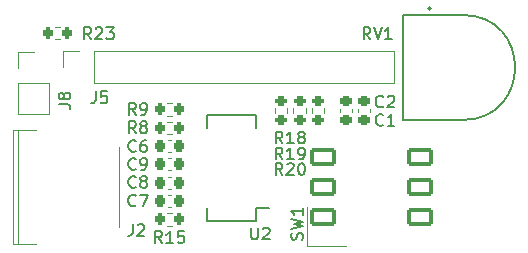
<source format=gto>
%TF.GenerationSoftware,KiCad,Pcbnew,(6.0.2)*%
%TF.CreationDate,2022-05-02T21:41:20-07:00*%
%TF.ProjectId,hcms_dot_display_bottom,68636d73-5f64-46f7-945f-646973706c61,rev?*%
%TF.SameCoordinates,Original*%
%TF.FileFunction,Legend,Top*%
%TF.FilePolarity,Positive*%
%FSLAX46Y46*%
G04 Gerber Fmt 4.6, Leading zero omitted, Abs format (unit mm)*
G04 Created by KiCad (PCBNEW (6.0.2)) date 2022-05-02 21:41:20*
%MOMM*%
%LPD*%
G01*
G04 APERTURE LIST*
G04 Aperture macros list*
%AMRoundRect*
0 Rectangle with rounded corners*
0 $1 Rounding radius*
0 $2 $3 $4 $5 $6 $7 $8 $9 X,Y pos of 4 corners*
0 Add a 4 corners polygon primitive as box body*
4,1,4,$2,$3,$4,$5,$6,$7,$8,$9,$2,$3,0*
0 Add four circle primitives for the rounded corners*
1,1,$1+$1,$2,$3*
1,1,$1+$1,$4,$5*
1,1,$1+$1,$6,$7*
1,1,$1+$1,$8,$9*
0 Add four rect primitives between the rounded corners*
20,1,$1+$1,$2,$3,$4,$5,0*
20,1,$1+$1,$4,$5,$6,$7,0*
20,1,$1+$1,$6,$7,$8,$9,0*
20,1,$1+$1,$8,$9,$2,$3,0*%
G04 Aperture macros list end*
%ADD10C,0.150000*%
%ADD11C,0.120000*%
%ADD12C,0.127000*%
%ADD13C,0.200000*%
%ADD14RoundRect,0.152000X0.923000X-0.608000X0.923000X0.608000X-0.923000X0.608000X-0.923000X-0.608000X0*%
%ADD15R,1.200000X0.400000*%
%ADD16RoundRect,0.225000X0.225000X0.250000X-0.225000X0.250000X-0.225000X-0.250000X0.225000X-0.250000X0*%
%ADD17RoundRect,0.200000X-0.275000X0.200000X-0.275000X-0.200000X0.275000X-0.200000X0.275000X0.200000X0*%
%ADD18RoundRect,0.200000X0.200000X0.275000X-0.200000X0.275000X-0.200000X-0.275000X0.200000X-0.275000X0*%
%ADD19R,1.700000X1.700000*%
%ADD20O,1.700000X1.700000*%
%ADD21RoundRect,0.225000X-0.250000X0.225000X-0.250000X-0.225000X0.250000X-0.225000X0.250000X0.225000X0*%
%ADD22R,1.160000X1.160000*%
%ADD23C,1.160000*%
%ADD24C,0.600000*%
%ADD25O,3.200000X1.300000*%
%ADD26O,2.500000X1.300000*%
%ADD27RoundRect,0.200000X-0.200000X-0.275000X0.200000X-0.275000X0.200000X0.275000X-0.200000X0.275000X0*%
%ADD28C,0.700000*%
%ADD29C,4.400000*%
G04 APERTURE END LIST*
D10*
X186829761Y-128913333D02*
X186877380Y-128770476D01*
X186877380Y-128532380D01*
X186829761Y-128437142D01*
X186782142Y-128389523D01*
X186686904Y-128341904D01*
X186591666Y-128341904D01*
X186496428Y-128389523D01*
X186448809Y-128437142D01*
X186401190Y-128532380D01*
X186353571Y-128722857D01*
X186305952Y-128818095D01*
X186258333Y-128865714D01*
X186163095Y-128913333D01*
X186067857Y-128913333D01*
X185972619Y-128865714D01*
X185925000Y-128818095D01*
X185877380Y-128722857D01*
X185877380Y-128484761D01*
X185925000Y-128341904D01*
X185877380Y-128008571D02*
X186877380Y-127770476D01*
X186163095Y-127580000D01*
X186877380Y-127389523D01*
X185877380Y-127151428D01*
X186877380Y-126246666D02*
X186877380Y-126818095D01*
X186877380Y-126532380D02*
X185877380Y-126532380D01*
X186020238Y-126627619D01*
X186115476Y-126722857D01*
X186163095Y-126818095D01*
X182488095Y-127902380D02*
X182488095Y-128711904D01*
X182535714Y-128807142D01*
X182583333Y-128854761D01*
X182678571Y-128902380D01*
X182869047Y-128902380D01*
X182964285Y-128854761D01*
X183011904Y-128807142D01*
X183059523Y-128711904D01*
X183059523Y-127902380D01*
X183488095Y-127997619D02*
X183535714Y-127950000D01*
X183630952Y-127902380D01*
X183869047Y-127902380D01*
X183964285Y-127950000D01*
X184011904Y-127997619D01*
X184059523Y-128092857D01*
X184059523Y-128188095D01*
X184011904Y-128330952D01*
X183440476Y-128902380D01*
X184059523Y-128902380D01*
X172733333Y-126007142D02*
X172685714Y-126054761D01*
X172542857Y-126102380D01*
X172447619Y-126102380D01*
X172304761Y-126054761D01*
X172209523Y-125959523D01*
X172161904Y-125864285D01*
X172114285Y-125673809D01*
X172114285Y-125530952D01*
X172161904Y-125340476D01*
X172209523Y-125245238D01*
X172304761Y-125150000D01*
X172447619Y-125102380D01*
X172542857Y-125102380D01*
X172685714Y-125150000D01*
X172733333Y-125197619D01*
X173066666Y-125102380D02*
X173733333Y-125102380D01*
X173304761Y-126102380D01*
X185157142Y-122127380D02*
X184823809Y-121651190D01*
X184585714Y-122127380D02*
X184585714Y-121127380D01*
X184966666Y-121127380D01*
X185061904Y-121175000D01*
X185109523Y-121222619D01*
X185157142Y-121317857D01*
X185157142Y-121460714D01*
X185109523Y-121555952D01*
X185061904Y-121603571D01*
X184966666Y-121651190D01*
X184585714Y-121651190D01*
X186109523Y-122127380D02*
X185538095Y-122127380D01*
X185823809Y-122127380D02*
X185823809Y-121127380D01*
X185728571Y-121270238D01*
X185633333Y-121365476D01*
X185538095Y-121413095D01*
X186585714Y-122127380D02*
X186776190Y-122127380D01*
X186871428Y-122079761D01*
X186919047Y-122032142D01*
X187014285Y-121889285D01*
X187061904Y-121698809D01*
X187061904Y-121317857D01*
X187014285Y-121222619D01*
X186966666Y-121175000D01*
X186871428Y-121127380D01*
X186680952Y-121127380D01*
X186585714Y-121175000D01*
X186538095Y-121222619D01*
X186490476Y-121317857D01*
X186490476Y-121555952D01*
X186538095Y-121651190D01*
X186585714Y-121698809D01*
X186680952Y-121746428D01*
X186871428Y-121746428D01*
X186966666Y-121698809D01*
X187014285Y-121651190D01*
X187061904Y-121555952D01*
X172733333Y-122907142D02*
X172685714Y-122954761D01*
X172542857Y-123002380D01*
X172447619Y-123002380D01*
X172304761Y-122954761D01*
X172209523Y-122859523D01*
X172161904Y-122764285D01*
X172114285Y-122573809D01*
X172114285Y-122430952D01*
X172161904Y-122240476D01*
X172209523Y-122145238D01*
X172304761Y-122050000D01*
X172447619Y-122002380D01*
X172542857Y-122002380D01*
X172685714Y-122050000D01*
X172733333Y-122097619D01*
X173209523Y-123002380D02*
X173400000Y-123002380D01*
X173495238Y-122954761D01*
X173542857Y-122907142D01*
X173638095Y-122764285D01*
X173685714Y-122573809D01*
X173685714Y-122192857D01*
X173638095Y-122097619D01*
X173590476Y-122050000D01*
X173495238Y-122002380D01*
X173304761Y-122002380D01*
X173209523Y-122050000D01*
X173161904Y-122097619D01*
X173114285Y-122192857D01*
X173114285Y-122430952D01*
X173161904Y-122526190D01*
X173209523Y-122573809D01*
X173304761Y-122621428D01*
X173495238Y-122621428D01*
X173590476Y-122573809D01*
X173638095Y-122526190D01*
X173685714Y-122430952D01*
X168957142Y-111952380D02*
X168623809Y-111476190D01*
X168385714Y-111952380D02*
X168385714Y-110952380D01*
X168766666Y-110952380D01*
X168861904Y-111000000D01*
X168909523Y-111047619D01*
X168957142Y-111142857D01*
X168957142Y-111285714D01*
X168909523Y-111380952D01*
X168861904Y-111428571D01*
X168766666Y-111476190D01*
X168385714Y-111476190D01*
X169338095Y-111047619D02*
X169385714Y-111000000D01*
X169480952Y-110952380D01*
X169719047Y-110952380D01*
X169814285Y-111000000D01*
X169861904Y-111047619D01*
X169909523Y-111142857D01*
X169909523Y-111238095D01*
X169861904Y-111380952D01*
X169290476Y-111952380D01*
X169909523Y-111952380D01*
X170242857Y-110952380D02*
X170861904Y-110952380D01*
X170528571Y-111333333D01*
X170671428Y-111333333D01*
X170766666Y-111380952D01*
X170814285Y-111428571D01*
X170861904Y-111523809D01*
X170861904Y-111761904D01*
X170814285Y-111857142D01*
X170766666Y-111904761D01*
X170671428Y-111952380D01*
X170385714Y-111952380D01*
X170290476Y-111904761D01*
X170242857Y-111857142D01*
X172733333Y-119902380D02*
X172400000Y-119426190D01*
X172161904Y-119902380D02*
X172161904Y-118902380D01*
X172542857Y-118902380D01*
X172638095Y-118950000D01*
X172685714Y-118997619D01*
X172733333Y-119092857D01*
X172733333Y-119235714D01*
X172685714Y-119330952D01*
X172638095Y-119378571D01*
X172542857Y-119426190D01*
X172161904Y-119426190D01*
X173304761Y-119330952D02*
X173209523Y-119283333D01*
X173161904Y-119235714D01*
X173114285Y-119140476D01*
X173114285Y-119092857D01*
X173161904Y-118997619D01*
X173209523Y-118950000D01*
X173304761Y-118902380D01*
X173495238Y-118902380D01*
X173590476Y-118950000D01*
X173638095Y-118997619D01*
X173685714Y-119092857D01*
X173685714Y-119140476D01*
X173638095Y-119235714D01*
X173590476Y-119283333D01*
X173495238Y-119330952D01*
X173304761Y-119330952D01*
X173209523Y-119378571D01*
X173161904Y-119426190D01*
X173114285Y-119521428D01*
X173114285Y-119711904D01*
X173161904Y-119807142D01*
X173209523Y-119854761D01*
X173304761Y-119902380D01*
X173495238Y-119902380D01*
X173590476Y-119854761D01*
X173638095Y-119807142D01*
X173685714Y-119711904D01*
X173685714Y-119521428D01*
X173638095Y-119426190D01*
X173590476Y-119378571D01*
X173495238Y-119330952D01*
X166202380Y-117473333D02*
X166916666Y-117473333D01*
X167059523Y-117520952D01*
X167154761Y-117616190D01*
X167202380Y-117759047D01*
X167202380Y-117854285D01*
X166630952Y-116854285D02*
X166583333Y-116949523D01*
X166535714Y-116997142D01*
X166440476Y-117044761D01*
X166392857Y-117044761D01*
X166297619Y-116997142D01*
X166250000Y-116949523D01*
X166202380Y-116854285D01*
X166202380Y-116663809D01*
X166250000Y-116568571D01*
X166297619Y-116520952D01*
X166392857Y-116473333D01*
X166440476Y-116473333D01*
X166535714Y-116520952D01*
X166583333Y-116568571D01*
X166630952Y-116663809D01*
X166630952Y-116854285D01*
X166678571Y-116949523D01*
X166726190Y-116997142D01*
X166821428Y-117044761D01*
X167011904Y-117044761D01*
X167107142Y-116997142D01*
X167154761Y-116949523D01*
X167202380Y-116854285D01*
X167202380Y-116663809D01*
X167154761Y-116568571D01*
X167107142Y-116520952D01*
X167011904Y-116473333D01*
X166821428Y-116473333D01*
X166726190Y-116520952D01*
X166678571Y-116568571D01*
X166630952Y-116663809D01*
X172733333Y-121407142D02*
X172685714Y-121454761D01*
X172542857Y-121502380D01*
X172447619Y-121502380D01*
X172304761Y-121454761D01*
X172209523Y-121359523D01*
X172161904Y-121264285D01*
X172114285Y-121073809D01*
X172114285Y-120930952D01*
X172161904Y-120740476D01*
X172209523Y-120645238D01*
X172304761Y-120550000D01*
X172447619Y-120502380D01*
X172542857Y-120502380D01*
X172685714Y-120550000D01*
X172733333Y-120597619D01*
X173590476Y-120502380D02*
X173400000Y-120502380D01*
X173304761Y-120550000D01*
X173257142Y-120597619D01*
X173161904Y-120740476D01*
X173114285Y-120930952D01*
X173114285Y-121311904D01*
X173161904Y-121407142D01*
X173209523Y-121454761D01*
X173304761Y-121502380D01*
X173495238Y-121502380D01*
X173590476Y-121454761D01*
X173638095Y-121407142D01*
X173685714Y-121311904D01*
X173685714Y-121073809D01*
X173638095Y-120978571D01*
X173590476Y-120930952D01*
X173495238Y-120883333D01*
X173304761Y-120883333D01*
X173209523Y-120930952D01*
X173161904Y-120978571D01*
X173114285Y-121073809D01*
X172733333Y-124457142D02*
X172685714Y-124504761D01*
X172542857Y-124552380D01*
X172447619Y-124552380D01*
X172304761Y-124504761D01*
X172209523Y-124409523D01*
X172161904Y-124314285D01*
X172114285Y-124123809D01*
X172114285Y-123980952D01*
X172161904Y-123790476D01*
X172209523Y-123695238D01*
X172304761Y-123600000D01*
X172447619Y-123552380D01*
X172542857Y-123552380D01*
X172685714Y-123600000D01*
X172733333Y-123647619D01*
X173304761Y-123980952D02*
X173209523Y-123933333D01*
X173161904Y-123885714D01*
X173114285Y-123790476D01*
X173114285Y-123742857D01*
X173161904Y-123647619D01*
X173209523Y-123600000D01*
X173304761Y-123552380D01*
X173495238Y-123552380D01*
X173590476Y-123600000D01*
X173638095Y-123647619D01*
X173685714Y-123742857D01*
X173685714Y-123790476D01*
X173638095Y-123885714D01*
X173590476Y-123933333D01*
X173495238Y-123980952D01*
X173304761Y-123980952D01*
X173209523Y-124028571D01*
X173161904Y-124076190D01*
X173114285Y-124171428D01*
X173114285Y-124361904D01*
X173161904Y-124457142D01*
X173209523Y-124504761D01*
X173304761Y-124552380D01*
X173495238Y-124552380D01*
X173590476Y-124504761D01*
X173638095Y-124457142D01*
X173685714Y-124361904D01*
X173685714Y-124171428D01*
X173638095Y-124076190D01*
X173590476Y-124028571D01*
X173495238Y-123980952D01*
X193683333Y-119182142D02*
X193635714Y-119229761D01*
X193492857Y-119277380D01*
X193397619Y-119277380D01*
X193254761Y-119229761D01*
X193159523Y-119134523D01*
X193111904Y-119039285D01*
X193064285Y-118848809D01*
X193064285Y-118705952D01*
X193111904Y-118515476D01*
X193159523Y-118420238D01*
X193254761Y-118325000D01*
X193397619Y-118277380D01*
X193492857Y-118277380D01*
X193635714Y-118325000D01*
X193683333Y-118372619D01*
X194635714Y-119277380D02*
X194064285Y-119277380D01*
X194350000Y-119277380D02*
X194350000Y-118277380D01*
X194254761Y-118420238D01*
X194159523Y-118515476D01*
X194064285Y-118563095D01*
X185157142Y-120777380D02*
X184823809Y-120301190D01*
X184585714Y-120777380D02*
X184585714Y-119777380D01*
X184966666Y-119777380D01*
X185061904Y-119825000D01*
X185109523Y-119872619D01*
X185157142Y-119967857D01*
X185157142Y-120110714D01*
X185109523Y-120205952D01*
X185061904Y-120253571D01*
X184966666Y-120301190D01*
X184585714Y-120301190D01*
X186109523Y-120777380D02*
X185538095Y-120777380D01*
X185823809Y-120777380D02*
X185823809Y-119777380D01*
X185728571Y-119920238D01*
X185633333Y-120015476D01*
X185538095Y-120063095D01*
X186680952Y-120205952D02*
X186585714Y-120158333D01*
X186538095Y-120110714D01*
X186490476Y-120015476D01*
X186490476Y-119967857D01*
X186538095Y-119872619D01*
X186585714Y-119825000D01*
X186680952Y-119777380D01*
X186871428Y-119777380D01*
X186966666Y-119825000D01*
X187014285Y-119872619D01*
X187061904Y-119967857D01*
X187061904Y-120015476D01*
X187014285Y-120110714D01*
X186966666Y-120158333D01*
X186871428Y-120205952D01*
X186680952Y-120205952D01*
X186585714Y-120253571D01*
X186538095Y-120301190D01*
X186490476Y-120396428D01*
X186490476Y-120586904D01*
X186538095Y-120682142D01*
X186585714Y-120729761D01*
X186680952Y-120777380D01*
X186871428Y-120777380D01*
X186966666Y-120729761D01*
X187014285Y-120682142D01*
X187061904Y-120586904D01*
X187061904Y-120396428D01*
X187014285Y-120301190D01*
X186966666Y-120253571D01*
X186871428Y-120205952D01*
X192587261Y-111952380D02*
X192253928Y-111476190D01*
X192015833Y-111952380D02*
X192015833Y-110952380D01*
X192396785Y-110952380D01*
X192492023Y-111000000D01*
X192539642Y-111047619D01*
X192587261Y-111142857D01*
X192587261Y-111285714D01*
X192539642Y-111380952D01*
X192492023Y-111428571D01*
X192396785Y-111476190D01*
X192015833Y-111476190D01*
X192872976Y-110952380D02*
X193206309Y-111952380D01*
X193539642Y-110952380D01*
X194396785Y-111952380D02*
X193825357Y-111952380D01*
X194111071Y-111952380D02*
X194111071Y-110952380D01*
X194015833Y-111095238D01*
X193920595Y-111190476D01*
X193825357Y-111238095D01*
X185157142Y-123427380D02*
X184823809Y-122951190D01*
X184585714Y-123427380D02*
X184585714Y-122427380D01*
X184966666Y-122427380D01*
X185061904Y-122475000D01*
X185109523Y-122522619D01*
X185157142Y-122617857D01*
X185157142Y-122760714D01*
X185109523Y-122855952D01*
X185061904Y-122903571D01*
X184966666Y-122951190D01*
X184585714Y-122951190D01*
X185538095Y-122522619D02*
X185585714Y-122475000D01*
X185680952Y-122427380D01*
X185919047Y-122427380D01*
X186014285Y-122475000D01*
X186061904Y-122522619D01*
X186109523Y-122617857D01*
X186109523Y-122713095D01*
X186061904Y-122855952D01*
X185490476Y-123427380D01*
X186109523Y-123427380D01*
X186728571Y-122427380D02*
X186823809Y-122427380D01*
X186919047Y-122475000D01*
X186966666Y-122522619D01*
X187014285Y-122617857D01*
X187061904Y-122808333D01*
X187061904Y-123046428D01*
X187014285Y-123236904D01*
X186966666Y-123332142D01*
X186919047Y-123379761D01*
X186823809Y-123427380D01*
X186728571Y-123427380D01*
X186633333Y-123379761D01*
X186585714Y-123332142D01*
X186538095Y-123236904D01*
X186490476Y-123046428D01*
X186490476Y-122808333D01*
X186538095Y-122617857D01*
X186585714Y-122522619D01*
X186633333Y-122475000D01*
X186728571Y-122427380D01*
X172733333Y-118352380D02*
X172400000Y-117876190D01*
X172161904Y-118352380D02*
X172161904Y-117352380D01*
X172542857Y-117352380D01*
X172638095Y-117400000D01*
X172685714Y-117447619D01*
X172733333Y-117542857D01*
X172733333Y-117685714D01*
X172685714Y-117780952D01*
X172638095Y-117828571D01*
X172542857Y-117876190D01*
X172161904Y-117876190D01*
X173209523Y-118352380D02*
X173400000Y-118352380D01*
X173495238Y-118304761D01*
X173542857Y-118257142D01*
X173638095Y-118114285D01*
X173685714Y-117923809D01*
X173685714Y-117542857D01*
X173638095Y-117447619D01*
X173590476Y-117400000D01*
X173495238Y-117352380D01*
X173304761Y-117352380D01*
X173209523Y-117400000D01*
X173161904Y-117447619D01*
X173114285Y-117542857D01*
X173114285Y-117780952D01*
X173161904Y-117876190D01*
X173209523Y-117923809D01*
X173304761Y-117971428D01*
X173495238Y-117971428D01*
X173590476Y-117923809D01*
X173638095Y-117876190D01*
X173685714Y-117780952D01*
X172466666Y-127602380D02*
X172466666Y-128316666D01*
X172419047Y-128459523D01*
X172323809Y-128554761D01*
X172180952Y-128602380D01*
X172085714Y-128602380D01*
X172895238Y-127697619D02*
X172942857Y-127650000D01*
X173038095Y-127602380D01*
X173276190Y-127602380D01*
X173371428Y-127650000D01*
X173419047Y-127697619D01*
X173466666Y-127792857D01*
X173466666Y-127888095D01*
X173419047Y-128030952D01*
X172847619Y-128602380D01*
X173466666Y-128602380D01*
X193683333Y-117632142D02*
X193635714Y-117679761D01*
X193492857Y-117727380D01*
X193397619Y-117727380D01*
X193254761Y-117679761D01*
X193159523Y-117584523D01*
X193111904Y-117489285D01*
X193064285Y-117298809D01*
X193064285Y-117155952D01*
X193111904Y-116965476D01*
X193159523Y-116870238D01*
X193254761Y-116775000D01*
X193397619Y-116727380D01*
X193492857Y-116727380D01*
X193635714Y-116775000D01*
X193683333Y-116822619D01*
X194064285Y-116822619D02*
X194111904Y-116775000D01*
X194207142Y-116727380D01*
X194445238Y-116727380D01*
X194540476Y-116775000D01*
X194588095Y-116822619D01*
X194635714Y-116917857D01*
X194635714Y-117013095D01*
X194588095Y-117155952D01*
X194016666Y-117727380D01*
X194635714Y-117727380D01*
X169329666Y-116364380D02*
X169329666Y-117078666D01*
X169282047Y-117221523D01*
X169186809Y-117316761D01*
X169043952Y-117364380D01*
X168948714Y-117364380D01*
X170282047Y-116364380D02*
X169805857Y-116364380D01*
X169758238Y-116840571D01*
X169805857Y-116792952D01*
X169901095Y-116745333D01*
X170139190Y-116745333D01*
X170234428Y-116792952D01*
X170282047Y-116840571D01*
X170329666Y-116935809D01*
X170329666Y-117173904D01*
X170282047Y-117269142D01*
X170234428Y-117316761D01*
X170139190Y-117364380D01*
X169901095Y-117364380D01*
X169805857Y-117316761D01*
X169758238Y-117269142D01*
X174937142Y-129202380D02*
X174603809Y-128726190D01*
X174365714Y-129202380D02*
X174365714Y-128202380D01*
X174746666Y-128202380D01*
X174841904Y-128250000D01*
X174889523Y-128297619D01*
X174937142Y-128392857D01*
X174937142Y-128535714D01*
X174889523Y-128630952D01*
X174841904Y-128678571D01*
X174746666Y-128726190D01*
X174365714Y-128726190D01*
X175889523Y-129202380D02*
X175318095Y-129202380D01*
X175603809Y-129202380D02*
X175603809Y-128202380D01*
X175508571Y-128345238D01*
X175413333Y-128440476D01*
X175318095Y-128488095D01*
X176794285Y-128202380D02*
X176318095Y-128202380D01*
X176270476Y-128678571D01*
X176318095Y-128630952D01*
X176413333Y-128583333D01*
X176651428Y-128583333D01*
X176746666Y-128630952D01*
X176794285Y-128678571D01*
X176841904Y-128773809D01*
X176841904Y-129011904D01*
X176794285Y-129107142D01*
X176746666Y-129154761D01*
X176651428Y-129202380D01*
X176413333Y-129202380D01*
X176318095Y-129154761D01*
X176270476Y-129107142D01*
D11*
X187225000Y-129480000D02*
X187225000Y-126180000D01*
X190525000Y-129480000D02*
X187225000Y-129480000D01*
D10*
X182925000Y-126215000D02*
X182925000Y-127325000D01*
X182925000Y-118375000D02*
X182925000Y-119485000D01*
X182925000Y-127325000D02*
X178775000Y-127325000D01*
X182925000Y-118375000D02*
X178775000Y-118375000D01*
X178775000Y-118375000D02*
X178775000Y-119485000D01*
X182925000Y-126215000D02*
X184050000Y-126215000D01*
X178775000Y-127325000D02*
X178775000Y-126215000D01*
D11*
X175740580Y-125140000D02*
X175459420Y-125140000D01*
X175740580Y-126160000D02*
X175459420Y-126160000D01*
X187122500Y-117737742D02*
X187122500Y-118212258D01*
X186077500Y-117737742D02*
X186077500Y-118212258D01*
X175740580Y-122040000D02*
X175459420Y-122040000D01*
X175740580Y-123060000D02*
X175459420Y-123060000D01*
X166337258Y-110927500D02*
X165862742Y-110927500D01*
X166337258Y-111972500D02*
X165862742Y-111972500D01*
X175837258Y-118927500D02*
X175362742Y-118927500D01*
X175837258Y-119972500D02*
X175362742Y-119972500D01*
X165430000Y-115670000D02*
X165430000Y-118270000D01*
X162770000Y-115670000D02*
X162770000Y-118270000D01*
X162770000Y-115670000D02*
X165430000Y-115670000D01*
X162770000Y-113070000D02*
X164100000Y-113070000D01*
X162770000Y-118270000D02*
X165430000Y-118270000D01*
X162770000Y-114400000D02*
X162770000Y-113070000D01*
X175740580Y-121510000D02*
X175459420Y-121510000D01*
X175740580Y-120490000D02*
X175459420Y-120490000D01*
X175740580Y-123590000D02*
X175459420Y-123590000D01*
X175740580Y-124610000D02*
X175459420Y-124610000D01*
X192560000Y-117834420D02*
X192560000Y-118115580D01*
X191540000Y-117834420D02*
X191540000Y-118115580D01*
X184527500Y-117737742D02*
X184527500Y-118212258D01*
X185572500Y-117737742D02*
X185572500Y-118212258D01*
D12*
X200400000Y-109895000D02*
X195320000Y-109895000D01*
X200400000Y-118785000D02*
X195320000Y-118785000D01*
X195320000Y-109895000D02*
X195320000Y-118785000D01*
X200400000Y-118785000D02*
G75*
G03*
X200400000Y-109895000I0J4445000D01*
G01*
D13*
X197700000Y-109340000D02*
G75*
G03*
X197700000Y-109340000I-100000J0D01*
G01*
D11*
X188672500Y-117737742D02*
X188672500Y-118212258D01*
X187627500Y-117737742D02*
X187627500Y-118212258D01*
X175837258Y-117377500D02*
X175362742Y-117377500D01*
X175837258Y-118422500D02*
X175362742Y-118422500D01*
X162365000Y-129290000D02*
X162365000Y-119650000D01*
X162365000Y-119650000D02*
X164250000Y-119650000D01*
X164250000Y-129290000D02*
X162365000Y-129290000D01*
X162750000Y-119670000D02*
X162750000Y-129270000D01*
X171335000Y-121070000D02*
X171335000Y-127870000D01*
X189990000Y-117834420D02*
X189990000Y-118115580D01*
X191010000Y-117834420D02*
X191010000Y-118115580D01*
X169158000Y-115642000D02*
X194618000Y-115642000D01*
X166558000Y-114312000D02*
X166558000Y-112982000D01*
X169158000Y-115642000D02*
X169158000Y-112982000D01*
X194618000Y-115642000D02*
X194618000Y-112982000D01*
X169158000Y-112982000D02*
X194618000Y-112982000D01*
X166558000Y-112982000D02*
X167888000Y-112982000D01*
X175362742Y-127722500D02*
X175837258Y-127722500D01*
X175362742Y-126677500D02*
X175837258Y-126677500D01*
%LPC*%
D14*
X188545000Y-127020000D03*
X188545000Y-124480000D03*
X188545000Y-121940000D03*
X196805000Y-121940000D03*
X196805000Y-124480000D03*
X196805000Y-127020000D03*
D15*
X183450000Y-125707500D03*
X183450000Y-125072500D03*
X183450000Y-124437500D03*
X183450000Y-123802500D03*
X183450000Y-123167500D03*
X183450000Y-122532500D03*
X183450000Y-121897500D03*
X183450000Y-121262500D03*
X183450000Y-120627500D03*
X183450000Y-119992500D03*
X178250000Y-119992500D03*
X178250000Y-120627500D03*
X178250000Y-121262500D03*
X178250000Y-121897500D03*
X178250000Y-122532500D03*
X178250000Y-123167500D03*
X178250000Y-123802500D03*
X178250000Y-124437500D03*
X178250000Y-125072500D03*
X178250000Y-125707500D03*
D16*
X176375000Y-125650000D03*
X174825000Y-125650000D03*
D17*
X186600000Y-117150000D03*
X186600000Y-118800000D03*
D16*
X176375000Y-122550000D03*
X174825000Y-122550000D03*
D18*
X166925000Y-111450000D03*
X165275000Y-111450000D03*
X176425000Y-119450000D03*
X174775000Y-119450000D03*
D19*
X164100000Y-114400000D03*
D20*
X164100000Y-116940000D03*
D16*
X176375000Y-121000000D03*
X174825000Y-121000000D03*
X176375000Y-124100000D03*
X174825000Y-124100000D03*
D21*
X192050000Y-117200000D03*
X192050000Y-118750000D03*
D17*
X185050000Y-117150000D03*
X185050000Y-118800000D03*
D22*
X197530000Y-111800000D03*
D23*
X197530000Y-114340000D03*
X197530000Y-116880000D03*
D17*
X188150000Y-117150000D03*
X188150000Y-118800000D03*
D18*
X176425000Y-117900000D03*
X174775000Y-117900000D03*
D24*
X170415000Y-121495000D03*
X170415000Y-122345000D03*
X170415000Y-123195000D03*
X170415000Y-124045000D03*
X170415000Y-124895000D03*
X170415000Y-125745000D03*
X170415000Y-126595000D03*
X170415000Y-127445000D03*
X169065000Y-127445000D03*
X169065000Y-126595000D03*
X169065000Y-125745000D03*
X169065000Y-124895000D03*
X169065000Y-124045000D03*
X169065000Y-123195000D03*
X169065000Y-122345000D03*
X169065000Y-121495000D03*
D25*
X169915000Y-120150000D03*
D26*
X165765000Y-120150000D03*
X165765000Y-128790000D03*
D25*
X169915000Y-128790000D03*
D21*
X190500000Y-117200000D03*
X190500000Y-118750000D03*
D19*
X167888000Y-114312000D03*
D20*
X170428000Y-114312000D03*
X172968000Y-114312000D03*
X175508000Y-114312000D03*
X178048000Y-114312000D03*
X180588000Y-114312000D03*
X183128000Y-114312000D03*
X185668000Y-114312000D03*
X188208000Y-114312000D03*
X190748000Y-114312000D03*
X193288000Y-114312000D03*
D27*
X174775000Y-127200000D03*
X176425000Y-127200000D03*
D28*
X194100000Y-128200000D03*
X191150000Y-126950000D03*
X194100000Y-125700000D03*
X191600000Y-128200000D03*
X192850000Y-125250000D03*
X192850000Y-128650000D03*
D29*
X192850000Y-126950000D03*
D28*
X194550000Y-126950000D03*
X191600000Y-125700000D03*
D29*
X165900000Y-125100000D03*
D28*
X167150000Y-126350000D03*
X167150000Y-123850000D03*
X164650000Y-126350000D03*
X164200000Y-125100000D03*
X165900000Y-126800000D03*
X164650000Y-123850000D03*
X167600000Y-125100000D03*
X165900000Y-123400000D03*
M02*

</source>
